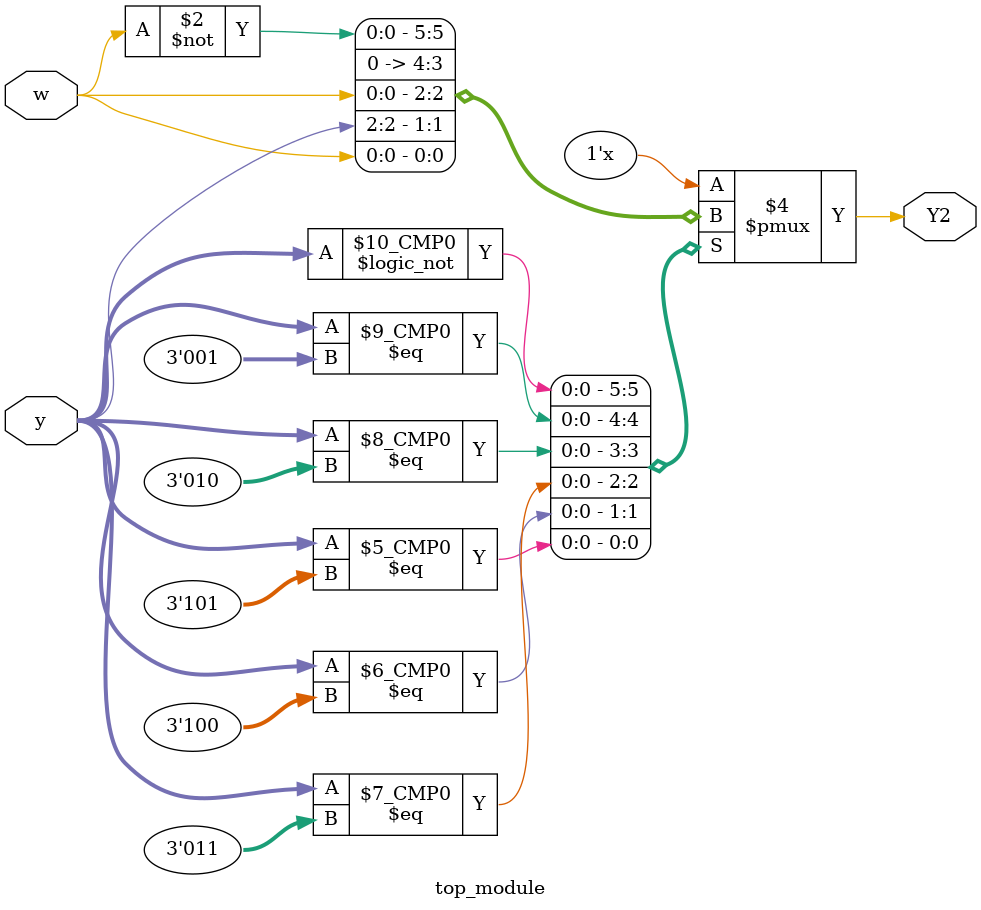
<source format=sv>
module top_module(
	input [3:1] y,
	input w,
	output reg Y2
);

always @(*) begin
	case (y)
		3'b000: Y2 = ~w;
		3'b001: Y2 = 1'b0;
		3'b010: Y2 = 1'b0;
		3'b011: Y2 = w;
		3'b100: Y2 = y[2];
		3'b101: Y2 = w;
		default: Y2 = 1'bx;
	endcase
end

endmodule

</source>
